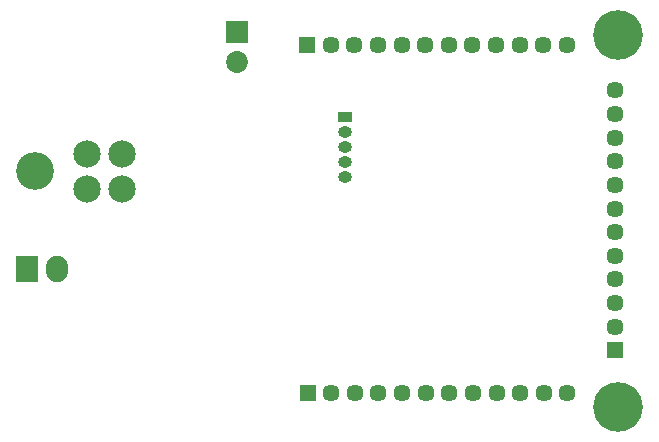
<source format=gbs>
G04*
G04 #@! TF.GenerationSoftware,Altium Limited,Altium Designer,19.0.4 (130)*
G04*
G04 Layer_Color=16711935*
%FSTAX24Y24*%
%MOIN*%
G70*
G01*
G75*
%ADD64R,0.0572X0.0572*%
%ADD65C,0.0572*%
%ADD66R,0.0572X0.0572*%
%ADD67O,0.0464X0.0380*%
%ADD68R,0.0464X0.0380*%
%ADD69C,0.0730*%
%ADD70R,0.0730X0.0730*%
%ADD71C,0.1261*%
%ADD72C,0.0907*%
%ADD73O,0.0730X0.0880*%
%ADD74R,0.0730X0.0880*%
%ADD75C,0.1655*%
D64*
X044763Y024841D02*
D03*
X044747Y036441D02*
D03*
D65*
X04555Y024841D02*
D03*
X046338D02*
D03*
X047125D02*
D03*
X047913D02*
D03*
X0487D02*
D03*
X049487D02*
D03*
X050275D02*
D03*
X051062D02*
D03*
X05185D02*
D03*
X052637D02*
D03*
X053424D02*
D03*
X045534Y036441D02*
D03*
X046321D02*
D03*
X047109D02*
D03*
X047896D02*
D03*
X048684D02*
D03*
X049471D02*
D03*
X050258D02*
D03*
X051046D02*
D03*
X051833D02*
D03*
X052621D02*
D03*
X053408D02*
D03*
X055Y027066D02*
D03*
Y027853D02*
D03*
Y028641D02*
D03*
Y029428D02*
D03*
Y030215D02*
D03*
Y031003D02*
D03*
Y03179D02*
D03*
Y032578D02*
D03*
Y033365D02*
D03*
Y034152D02*
D03*
Y03494D02*
D03*
D66*
Y026278D02*
D03*
D67*
X046Y03205D02*
D03*
Y03255D02*
D03*
Y03305D02*
D03*
Y03355D02*
D03*
D68*
Y03405D02*
D03*
D69*
X0424Y035888D02*
D03*
D70*
Y036888D02*
D03*
D71*
X035668Y032241D02*
D03*
D72*
X038581Y03165D02*
D03*
X0374D02*
D03*
X038581Y032831D02*
D03*
X0374D02*
D03*
D73*
X03641Y029D02*
D03*
D74*
X0354D02*
D03*
D75*
X05512Y03679D02*
D03*
Y0244D02*
D03*
M02*

</source>
